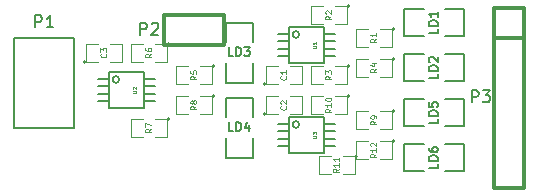
<source format=gto>
G04 (created by PCBNEW (2013-07-07 BZR 4022)-stable) date 27/01/2014 10:25:57*
%MOIN*%
G04 Gerber Fmt 3.4, Leading zero omitted, Abs format*
%FSLAX34Y34*%
G01*
G70*
G90*
G04 APERTURE LIST*
%ADD10C,0.00590551*%
%ADD11C,0.005*%
%ADD12C,0.0039*%
%ADD13C,0.012*%
%ADD14C,0.008*%
%ADD15C,0.0043*%
%ADD16C,0.0028*%
G04 APERTURE END LIST*
G54D10*
G54D11*
X77450Y-62500D02*
X76550Y-62500D01*
X76550Y-62500D02*
X76550Y-63150D01*
X77450Y-63850D02*
X77450Y-64500D01*
X77450Y-64500D02*
X76550Y-64500D01*
X76550Y-64500D02*
X76550Y-63850D01*
X77450Y-63150D02*
X77450Y-62500D01*
X82500Y-62550D02*
X82500Y-63450D01*
X82500Y-63450D02*
X83150Y-63450D01*
X83850Y-62550D02*
X84500Y-62550D01*
X84500Y-62550D02*
X84500Y-63450D01*
X84500Y-63450D02*
X83850Y-63450D01*
X83150Y-62550D02*
X82500Y-62550D01*
X82500Y-61050D02*
X82500Y-61950D01*
X82500Y-61950D02*
X83150Y-61950D01*
X83850Y-61050D02*
X84500Y-61050D01*
X84500Y-61050D02*
X84500Y-61950D01*
X84500Y-61950D02*
X83850Y-61950D01*
X83150Y-61050D02*
X82500Y-61050D01*
X82500Y-59550D02*
X82500Y-60450D01*
X82500Y-60450D02*
X83150Y-60450D01*
X83850Y-59550D02*
X84500Y-59550D01*
X84500Y-59550D02*
X84500Y-60450D01*
X84500Y-60450D02*
X83850Y-60450D01*
X83150Y-59550D02*
X82500Y-59550D01*
X82500Y-64050D02*
X82500Y-64950D01*
X82500Y-64950D02*
X83150Y-64950D01*
X83850Y-64050D02*
X84500Y-64050D01*
X84500Y-64050D02*
X84500Y-64950D01*
X84500Y-64950D02*
X83850Y-64950D01*
X83150Y-64050D02*
X82500Y-64050D01*
X76550Y-62000D02*
X77450Y-62000D01*
X77450Y-62000D02*
X77450Y-61350D01*
X76550Y-60650D02*
X76550Y-60000D01*
X76550Y-60000D02*
X77450Y-60000D01*
X77450Y-60000D02*
X77450Y-60650D01*
X76550Y-61350D02*
X76550Y-62000D01*
G54D12*
X74700Y-63200D02*
G75*
G03X74700Y-63200I-50J0D01*
G74*
G01*
X74200Y-63200D02*
X74600Y-63200D01*
X74600Y-63200D02*
X74600Y-63800D01*
X74600Y-63800D02*
X74200Y-63800D01*
X73800Y-63800D02*
X73400Y-63800D01*
X73400Y-63800D02*
X73400Y-63200D01*
X73400Y-63200D02*
X73800Y-63200D01*
X76200Y-62450D02*
G75*
G03X76200Y-62450I-50J0D01*
G74*
G01*
X75700Y-62450D02*
X76100Y-62450D01*
X76100Y-62450D02*
X76100Y-63050D01*
X76100Y-63050D02*
X75700Y-63050D01*
X75300Y-63050D02*
X74900Y-63050D01*
X74900Y-63050D02*
X74900Y-62450D01*
X74900Y-62450D02*
X75300Y-62450D01*
X80700Y-62450D02*
G75*
G03X80700Y-62450I-50J0D01*
G74*
G01*
X80200Y-62450D02*
X80600Y-62450D01*
X80600Y-62450D02*
X80600Y-63050D01*
X80600Y-63050D02*
X80200Y-63050D01*
X79800Y-63050D02*
X79400Y-63050D01*
X79400Y-63050D02*
X79400Y-62450D01*
X79400Y-62450D02*
X79800Y-62450D01*
X80700Y-61450D02*
G75*
G03X80700Y-61450I-50J0D01*
G74*
G01*
X80200Y-61450D02*
X80600Y-61450D01*
X80600Y-61450D02*
X80600Y-62050D01*
X80600Y-62050D02*
X80200Y-62050D01*
X79800Y-62050D02*
X79400Y-62050D01*
X79400Y-62050D02*
X79400Y-61450D01*
X79400Y-61450D02*
X79800Y-61450D01*
X82200Y-61200D02*
G75*
G03X82200Y-61200I-50J0D01*
G74*
G01*
X81700Y-61200D02*
X82100Y-61200D01*
X82100Y-61200D02*
X82100Y-61800D01*
X82100Y-61800D02*
X81700Y-61800D01*
X81300Y-61800D02*
X80900Y-61800D01*
X80900Y-61800D02*
X80900Y-61200D01*
X80900Y-61200D02*
X81300Y-61200D01*
X77900Y-63050D02*
G75*
G03X77900Y-63050I-50J0D01*
G74*
G01*
X78300Y-63050D02*
X77900Y-63050D01*
X77900Y-63050D02*
X77900Y-62450D01*
X77900Y-62450D02*
X78300Y-62450D01*
X78700Y-62450D02*
X79100Y-62450D01*
X79100Y-62450D02*
X79100Y-63050D01*
X79100Y-63050D02*
X78700Y-63050D01*
X82200Y-60200D02*
G75*
G03X82200Y-60200I-50J0D01*
G74*
G01*
X81700Y-60200D02*
X82100Y-60200D01*
X82100Y-60200D02*
X82100Y-60800D01*
X82100Y-60800D02*
X81700Y-60800D01*
X81300Y-60800D02*
X80900Y-60800D01*
X80900Y-60800D02*
X80900Y-60200D01*
X80900Y-60200D02*
X81300Y-60200D01*
X80700Y-59450D02*
G75*
G03X80700Y-59450I-50J0D01*
G74*
G01*
X80200Y-59450D02*
X80600Y-59450D01*
X80600Y-59450D02*
X80600Y-60050D01*
X80600Y-60050D02*
X80200Y-60050D01*
X79800Y-60050D02*
X79400Y-60050D01*
X79400Y-60050D02*
X79400Y-59450D01*
X79400Y-59450D02*
X79800Y-59450D01*
X76200Y-61450D02*
G75*
G03X76200Y-61450I-50J0D01*
G74*
G01*
X75700Y-61450D02*
X76100Y-61450D01*
X76100Y-61450D02*
X76100Y-62050D01*
X76100Y-62050D02*
X75700Y-62050D01*
X75300Y-62050D02*
X74900Y-62050D01*
X74900Y-62050D02*
X74900Y-61450D01*
X74900Y-61450D02*
X75300Y-61450D01*
X74700Y-60700D02*
G75*
G03X74700Y-60700I-50J0D01*
G74*
G01*
X74200Y-60700D02*
X74600Y-60700D01*
X74600Y-60700D02*
X74600Y-61300D01*
X74600Y-61300D02*
X74200Y-61300D01*
X73800Y-61300D02*
X73400Y-61300D01*
X73400Y-61300D02*
X73400Y-60700D01*
X73400Y-60700D02*
X73800Y-60700D01*
X77900Y-62050D02*
G75*
G03X77900Y-62050I-50J0D01*
G74*
G01*
X78300Y-62050D02*
X77900Y-62050D01*
X77900Y-62050D02*
X77900Y-61450D01*
X77900Y-61450D02*
X78300Y-61450D01*
X78700Y-61450D02*
X79100Y-61450D01*
X79100Y-61450D02*
X79100Y-62050D01*
X79100Y-62050D02*
X78700Y-62050D01*
X82200Y-62950D02*
G75*
G03X82200Y-62950I-50J0D01*
G74*
G01*
X81700Y-62950D02*
X82100Y-62950D01*
X82100Y-62950D02*
X82100Y-63550D01*
X82100Y-63550D02*
X81700Y-63550D01*
X81300Y-63550D02*
X80900Y-63550D01*
X80900Y-63550D02*
X80900Y-62950D01*
X80900Y-62950D02*
X81300Y-62950D01*
X71900Y-61300D02*
G75*
G03X71900Y-61300I-50J0D01*
G74*
G01*
X72300Y-61300D02*
X71900Y-61300D01*
X71900Y-61300D02*
X71900Y-60700D01*
X71900Y-60700D02*
X72300Y-60700D01*
X72700Y-60700D02*
X73100Y-60700D01*
X73100Y-60700D02*
X73100Y-61300D01*
X73100Y-61300D02*
X72700Y-61300D01*
X82200Y-63950D02*
G75*
G03X82200Y-63950I-50J0D01*
G74*
G01*
X81700Y-63950D02*
X82100Y-63950D01*
X82100Y-63950D02*
X82100Y-64550D01*
X82100Y-64550D02*
X81700Y-64550D01*
X81300Y-64550D02*
X80900Y-64550D01*
X80900Y-64550D02*
X80900Y-63950D01*
X80900Y-63950D02*
X81300Y-63950D01*
X80950Y-64450D02*
G75*
G03X80950Y-64450I-50J0D01*
G74*
G01*
X80450Y-64450D02*
X80850Y-64450D01*
X80850Y-64450D02*
X80850Y-65050D01*
X80850Y-65050D02*
X80450Y-65050D01*
X80050Y-65050D02*
X79650Y-65050D01*
X79650Y-65050D02*
X79650Y-64450D01*
X79650Y-64450D02*
X80050Y-64450D01*
G54D13*
X85500Y-59500D02*
X86500Y-59500D01*
X86500Y-59500D02*
X86500Y-65500D01*
X86500Y-65500D02*
X85500Y-65500D01*
X85500Y-65500D02*
X85500Y-59500D01*
X85500Y-60500D02*
X86500Y-60500D01*
X76500Y-59750D02*
X76500Y-60750D01*
X76500Y-60750D02*
X74500Y-60750D01*
X74500Y-60750D02*
X74500Y-59750D01*
X74500Y-59750D02*
X76500Y-59750D01*
G54D14*
X69500Y-63500D02*
X69500Y-60500D01*
X71500Y-60500D02*
X71500Y-63500D01*
X71500Y-63500D02*
X69500Y-63500D01*
X69500Y-60500D02*
X71500Y-60500D01*
G54D11*
X79840Y-63880D02*
X80200Y-63880D01*
X79840Y-63620D02*
X80200Y-63620D01*
X79840Y-63370D02*
X80200Y-63370D01*
X79840Y-64130D02*
X80200Y-64130D01*
X78660Y-64130D02*
X78300Y-64130D01*
X78660Y-63880D02*
X78300Y-63880D01*
X78660Y-63370D02*
X78300Y-63370D01*
X78660Y-63620D02*
X78300Y-63620D01*
X79006Y-63396D02*
G75*
G03X79006Y-63396I-111J0D01*
G74*
G01*
X79841Y-64341D02*
X79841Y-63159D01*
X79841Y-63159D02*
X78659Y-63159D01*
X78659Y-63159D02*
X78659Y-64341D01*
X78659Y-64341D02*
X79841Y-64341D01*
X73840Y-62380D02*
X74200Y-62380D01*
X73840Y-62120D02*
X74200Y-62120D01*
X73840Y-61870D02*
X74200Y-61870D01*
X73840Y-62630D02*
X74200Y-62630D01*
X72660Y-62630D02*
X72300Y-62630D01*
X72660Y-62380D02*
X72300Y-62380D01*
X72660Y-61870D02*
X72300Y-61870D01*
X72660Y-62120D02*
X72300Y-62120D01*
X73006Y-61896D02*
G75*
G03X73006Y-61896I-111J0D01*
G74*
G01*
X73841Y-62841D02*
X73841Y-61659D01*
X73841Y-61659D02*
X72659Y-61659D01*
X72659Y-61659D02*
X72659Y-62841D01*
X72659Y-62841D02*
X73841Y-62841D01*
X79840Y-60880D02*
X80200Y-60880D01*
X79840Y-60620D02*
X80200Y-60620D01*
X79840Y-60370D02*
X80200Y-60370D01*
X79840Y-61130D02*
X80200Y-61130D01*
X78660Y-61130D02*
X78300Y-61130D01*
X78660Y-60880D02*
X78300Y-60880D01*
X78660Y-60370D02*
X78300Y-60370D01*
X78660Y-60620D02*
X78300Y-60620D01*
X79006Y-60396D02*
G75*
G03X79006Y-60396I-111J0D01*
G74*
G01*
X79841Y-61341D02*
X79841Y-60159D01*
X79841Y-60159D02*
X78659Y-60159D01*
X78659Y-60159D02*
X78659Y-61341D01*
X78659Y-61341D02*
X79841Y-61341D01*
X76800Y-63621D02*
X76657Y-63621D01*
X76657Y-63321D01*
X76900Y-63621D02*
X76900Y-63321D01*
X76971Y-63321D01*
X77014Y-63335D01*
X77042Y-63364D01*
X77057Y-63392D01*
X77071Y-63450D01*
X77071Y-63492D01*
X77057Y-63550D01*
X77042Y-63578D01*
X77014Y-63607D01*
X76971Y-63621D01*
X76900Y-63621D01*
X77328Y-63421D02*
X77328Y-63621D01*
X77257Y-63307D02*
X77185Y-63521D01*
X77371Y-63521D01*
X83621Y-63199D02*
X83621Y-63342D01*
X83321Y-63342D01*
X83621Y-63099D02*
X83321Y-63099D01*
X83321Y-63028D01*
X83335Y-62985D01*
X83364Y-62957D01*
X83392Y-62942D01*
X83450Y-62928D01*
X83492Y-62928D01*
X83550Y-62942D01*
X83578Y-62957D01*
X83607Y-62985D01*
X83621Y-63028D01*
X83621Y-63099D01*
X83321Y-62657D02*
X83321Y-62799D01*
X83464Y-62814D01*
X83450Y-62799D01*
X83435Y-62771D01*
X83435Y-62699D01*
X83450Y-62671D01*
X83464Y-62657D01*
X83492Y-62642D01*
X83564Y-62642D01*
X83592Y-62657D01*
X83607Y-62671D01*
X83621Y-62699D01*
X83621Y-62771D01*
X83607Y-62799D01*
X83592Y-62814D01*
X83621Y-61699D02*
X83621Y-61842D01*
X83321Y-61842D01*
X83621Y-61599D02*
X83321Y-61599D01*
X83321Y-61528D01*
X83335Y-61485D01*
X83364Y-61457D01*
X83392Y-61442D01*
X83450Y-61428D01*
X83492Y-61428D01*
X83550Y-61442D01*
X83578Y-61457D01*
X83607Y-61485D01*
X83621Y-61528D01*
X83621Y-61599D01*
X83350Y-61314D02*
X83335Y-61299D01*
X83321Y-61271D01*
X83321Y-61199D01*
X83335Y-61171D01*
X83350Y-61157D01*
X83378Y-61142D01*
X83407Y-61142D01*
X83450Y-61157D01*
X83621Y-61328D01*
X83621Y-61142D01*
X83621Y-60199D02*
X83621Y-60342D01*
X83321Y-60342D01*
X83621Y-60099D02*
X83321Y-60099D01*
X83321Y-60028D01*
X83335Y-59985D01*
X83364Y-59957D01*
X83392Y-59942D01*
X83450Y-59928D01*
X83492Y-59928D01*
X83550Y-59942D01*
X83578Y-59957D01*
X83607Y-59985D01*
X83621Y-60028D01*
X83621Y-60099D01*
X83621Y-59642D02*
X83621Y-59814D01*
X83621Y-59728D02*
X83321Y-59728D01*
X83364Y-59757D01*
X83392Y-59785D01*
X83407Y-59814D01*
X83621Y-64699D02*
X83621Y-64842D01*
X83321Y-64842D01*
X83621Y-64599D02*
X83321Y-64599D01*
X83321Y-64528D01*
X83335Y-64485D01*
X83364Y-64457D01*
X83392Y-64442D01*
X83450Y-64428D01*
X83492Y-64428D01*
X83550Y-64442D01*
X83578Y-64457D01*
X83607Y-64485D01*
X83621Y-64528D01*
X83621Y-64599D01*
X83321Y-64171D02*
X83321Y-64228D01*
X83335Y-64257D01*
X83350Y-64271D01*
X83392Y-64299D01*
X83450Y-64314D01*
X83564Y-64314D01*
X83592Y-64299D01*
X83607Y-64285D01*
X83621Y-64257D01*
X83621Y-64199D01*
X83607Y-64171D01*
X83592Y-64157D01*
X83564Y-64142D01*
X83492Y-64142D01*
X83464Y-64157D01*
X83450Y-64171D01*
X83435Y-64199D01*
X83435Y-64257D01*
X83450Y-64285D01*
X83464Y-64299D01*
X83492Y-64314D01*
X76800Y-61121D02*
X76657Y-61121D01*
X76657Y-60821D01*
X76900Y-61121D02*
X76900Y-60821D01*
X76971Y-60821D01*
X77014Y-60835D01*
X77042Y-60864D01*
X77057Y-60892D01*
X77071Y-60950D01*
X77071Y-60992D01*
X77057Y-61050D01*
X77042Y-61078D01*
X77014Y-61107D01*
X76971Y-61121D01*
X76900Y-61121D01*
X77171Y-60821D02*
X77357Y-60821D01*
X77257Y-60935D01*
X77300Y-60935D01*
X77328Y-60950D01*
X77342Y-60964D01*
X77357Y-60992D01*
X77357Y-61064D01*
X77342Y-61092D01*
X77328Y-61107D01*
X77300Y-61121D01*
X77214Y-61121D01*
X77185Y-61107D01*
X77171Y-61092D01*
G54D15*
X74079Y-63532D02*
X73985Y-63598D01*
X74079Y-63645D02*
X73882Y-63645D01*
X73882Y-63570D01*
X73892Y-63551D01*
X73901Y-63542D01*
X73920Y-63532D01*
X73948Y-63532D01*
X73967Y-63542D01*
X73976Y-63551D01*
X73985Y-63570D01*
X73985Y-63645D01*
X73882Y-63467D02*
X73882Y-63335D01*
X74079Y-63420D01*
X75579Y-62782D02*
X75485Y-62848D01*
X75579Y-62895D02*
X75382Y-62895D01*
X75382Y-62820D01*
X75392Y-62801D01*
X75401Y-62792D01*
X75420Y-62782D01*
X75448Y-62782D01*
X75467Y-62792D01*
X75476Y-62801D01*
X75485Y-62820D01*
X75485Y-62895D01*
X75467Y-62670D02*
X75457Y-62689D01*
X75448Y-62698D01*
X75429Y-62707D01*
X75420Y-62707D01*
X75401Y-62698D01*
X75392Y-62689D01*
X75382Y-62670D01*
X75382Y-62632D01*
X75392Y-62613D01*
X75401Y-62604D01*
X75420Y-62595D01*
X75429Y-62595D01*
X75448Y-62604D01*
X75457Y-62613D01*
X75467Y-62632D01*
X75467Y-62670D01*
X75476Y-62689D01*
X75485Y-62698D01*
X75504Y-62707D01*
X75542Y-62707D01*
X75560Y-62698D01*
X75570Y-62689D01*
X75579Y-62670D01*
X75579Y-62632D01*
X75570Y-62613D01*
X75560Y-62604D01*
X75542Y-62595D01*
X75504Y-62595D01*
X75485Y-62604D01*
X75476Y-62613D01*
X75467Y-62632D01*
X80079Y-62876D02*
X79985Y-62942D01*
X80079Y-62989D02*
X79882Y-62989D01*
X79882Y-62914D01*
X79892Y-62895D01*
X79901Y-62886D01*
X79920Y-62876D01*
X79948Y-62876D01*
X79967Y-62886D01*
X79976Y-62895D01*
X79985Y-62914D01*
X79985Y-62989D01*
X80079Y-62689D02*
X80079Y-62801D01*
X80079Y-62745D02*
X79882Y-62745D01*
X79910Y-62764D01*
X79929Y-62782D01*
X79939Y-62801D01*
X79882Y-62567D02*
X79882Y-62548D01*
X79892Y-62529D01*
X79901Y-62520D01*
X79920Y-62510D01*
X79957Y-62501D01*
X80004Y-62501D01*
X80042Y-62510D01*
X80060Y-62520D01*
X80070Y-62529D01*
X80079Y-62548D01*
X80079Y-62567D01*
X80070Y-62585D01*
X80060Y-62595D01*
X80042Y-62604D01*
X80004Y-62613D01*
X79957Y-62613D01*
X79920Y-62604D01*
X79901Y-62595D01*
X79892Y-62585D01*
X79882Y-62567D01*
X80079Y-61782D02*
X79985Y-61848D01*
X80079Y-61895D02*
X79882Y-61895D01*
X79882Y-61820D01*
X79892Y-61801D01*
X79901Y-61792D01*
X79920Y-61782D01*
X79948Y-61782D01*
X79967Y-61792D01*
X79976Y-61801D01*
X79985Y-61820D01*
X79985Y-61895D01*
X79882Y-61717D02*
X79882Y-61595D01*
X79957Y-61660D01*
X79957Y-61632D01*
X79967Y-61613D01*
X79976Y-61604D01*
X79995Y-61595D01*
X80042Y-61595D01*
X80060Y-61604D01*
X80070Y-61613D01*
X80079Y-61632D01*
X80079Y-61689D01*
X80070Y-61707D01*
X80060Y-61717D01*
X81579Y-61532D02*
X81485Y-61598D01*
X81579Y-61645D02*
X81382Y-61645D01*
X81382Y-61570D01*
X81392Y-61551D01*
X81401Y-61542D01*
X81420Y-61532D01*
X81448Y-61532D01*
X81467Y-61542D01*
X81476Y-61551D01*
X81485Y-61570D01*
X81485Y-61645D01*
X81448Y-61363D02*
X81579Y-61363D01*
X81373Y-61410D02*
X81514Y-61457D01*
X81514Y-61335D01*
X78560Y-62782D02*
X78570Y-62792D01*
X78579Y-62820D01*
X78579Y-62839D01*
X78570Y-62867D01*
X78551Y-62886D01*
X78532Y-62895D01*
X78495Y-62904D01*
X78467Y-62904D01*
X78429Y-62895D01*
X78410Y-62886D01*
X78392Y-62867D01*
X78382Y-62839D01*
X78382Y-62820D01*
X78392Y-62792D01*
X78401Y-62782D01*
X78401Y-62707D02*
X78392Y-62698D01*
X78382Y-62679D01*
X78382Y-62632D01*
X78392Y-62613D01*
X78401Y-62604D01*
X78420Y-62595D01*
X78439Y-62595D01*
X78467Y-62604D01*
X78579Y-62717D01*
X78579Y-62595D01*
X81579Y-60532D02*
X81485Y-60598D01*
X81579Y-60645D02*
X81382Y-60645D01*
X81382Y-60570D01*
X81392Y-60551D01*
X81401Y-60542D01*
X81420Y-60532D01*
X81448Y-60532D01*
X81467Y-60542D01*
X81476Y-60551D01*
X81485Y-60570D01*
X81485Y-60645D01*
X81579Y-60345D02*
X81579Y-60457D01*
X81579Y-60401D02*
X81382Y-60401D01*
X81410Y-60420D01*
X81429Y-60439D01*
X81439Y-60457D01*
X80079Y-59782D02*
X79985Y-59848D01*
X80079Y-59895D02*
X79882Y-59895D01*
X79882Y-59820D01*
X79892Y-59801D01*
X79901Y-59792D01*
X79920Y-59782D01*
X79948Y-59782D01*
X79967Y-59792D01*
X79976Y-59801D01*
X79985Y-59820D01*
X79985Y-59895D01*
X79901Y-59707D02*
X79892Y-59698D01*
X79882Y-59679D01*
X79882Y-59632D01*
X79892Y-59613D01*
X79901Y-59604D01*
X79920Y-59595D01*
X79939Y-59595D01*
X79967Y-59604D01*
X80079Y-59717D01*
X80079Y-59595D01*
X75579Y-61782D02*
X75485Y-61848D01*
X75579Y-61895D02*
X75382Y-61895D01*
X75382Y-61820D01*
X75392Y-61801D01*
X75401Y-61792D01*
X75420Y-61782D01*
X75448Y-61782D01*
X75467Y-61792D01*
X75476Y-61801D01*
X75485Y-61820D01*
X75485Y-61895D01*
X75382Y-61604D02*
X75382Y-61698D01*
X75476Y-61707D01*
X75467Y-61698D01*
X75457Y-61679D01*
X75457Y-61632D01*
X75467Y-61613D01*
X75476Y-61604D01*
X75495Y-61595D01*
X75542Y-61595D01*
X75560Y-61604D01*
X75570Y-61613D01*
X75579Y-61632D01*
X75579Y-61679D01*
X75570Y-61698D01*
X75560Y-61707D01*
X74079Y-61032D02*
X73985Y-61098D01*
X74079Y-61145D02*
X73882Y-61145D01*
X73882Y-61070D01*
X73892Y-61051D01*
X73901Y-61042D01*
X73920Y-61032D01*
X73948Y-61032D01*
X73967Y-61042D01*
X73976Y-61051D01*
X73985Y-61070D01*
X73985Y-61145D01*
X73882Y-60863D02*
X73882Y-60901D01*
X73892Y-60920D01*
X73901Y-60929D01*
X73929Y-60948D01*
X73967Y-60957D01*
X74042Y-60957D01*
X74060Y-60948D01*
X74070Y-60939D01*
X74079Y-60920D01*
X74079Y-60882D01*
X74070Y-60863D01*
X74060Y-60854D01*
X74042Y-60845D01*
X73995Y-60845D01*
X73976Y-60854D01*
X73967Y-60863D01*
X73957Y-60882D01*
X73957Y-60920D01*
X73967Y-60939D01*
X73976Y-60948D01*
X73995Y-60957D01*
X78560Y-61782D02*
X78570Y-61792D01*
X78579Y-61820D01*
X78579Y-61839D01*
X78570Y-61867D01*
X78551Y-61886D01*
X78532Y-61895D01*
X78495Y-61904D01*
X78467Y-61904D01*
X78429Y-61895D01*
X78410Y-61886D01*
X78392Y-61867D01*
X78382Y-61839D01*
X78382Y-61820D01*
X78392Y-61792D01*
X78401Y-61782D01*
X78579Y-61595D02*
X78579Y-61707D01*
X78579Y-61651D02*
X78382Y-61651D01*
X78410Y-61670D01*
X78429Y-61689D01*
X78439Y-61707D01*
X81579Y-63282D02*
X81485Y-63348D01*
X81579Y-63395D02*
X81382Y-63395D01*
X81382Y-63320D01*
X81392Y-63301D01*
X81401Y-63292D01*
X81420Y-63282D01*
X81448Y-63282D01*
X81467Y-63292D01*
X81476Y-63301D01*
X81485Y-63320D01*
X81485Y-63395D01*
X81579Y-63189D02*
X81579Y-63151D01*
X81570Y-63132D01*
X81560Y-63123D01*
X81532Y-63104D01*
X81495Y-63095D01*
X81420Y-63095D01*
X81401Y-63104D01*
X81392Y-63113D01*
X81382Y-63132D01*
X81382Y-63170D01*
X81392Y-63189D01*
X81401Y-63198D01*
X81420Y-63207D01*
X81467Y-63207D01*
X81485Y-63198D01*
X81495Y-63189D01*
X81504Y-63170D01*
X81504Y-63132D01*
X81495Y-63113D01*
X81485Y-63104D01*
X81467Y-63095D01*
X72560Y-61032D02*
X72570Y-61042D01*
X72579Y-61070D01*
X72579Y-61089D01*
X72570Y-61117D01*
X72551Y-61136D01*
X72532Y-61145D01*
X72495Y-61154D01*
X72467Y-61154D01*
X72429Y-61145D01*
X72410Y-61136D01*
X72392Y-61117D01*
X72382Y-61089D01*
X72382Y-61070D01*
X72392Y-61042D01*
X72401Y-61032D01*
X72382Y-60967D02*
X72382Y-60845D01*
X72457Y-60910D01*
X72457Y-60882D01*
X72467Y-60863D01*
X72476Y-60854D01*
X72495Y-60845D01*
X72542Y-60845D01*
X72560Y-60854D01*
X72570Y-60863D01*
X72579Y-60882D01*
X72579Y-60939D01*
X72570Y-60957D01*
X72560Y-60967D01*
X81579Y-64376D02*
X81485Y-64442D01*
X81579Y-64489D02*
X81382Y-64489D01*
X81382Y-64414D01*
X81392Y-64395D01*
X81401Y-64386D01*
X81420Y-64376D01*
X81448Y-64376D01*
X81467Y-64386D01*
X81476Y-64395D01*
X81485Y-64414D01*
X81485Y-64489D01*
X81579Y-64189D02*
X81579Y-64301D01*
X81579Y-64245D02*
X81382Y-64245D01*
X81410Y-64264D01*
X81429Y-64282D01*
X81439Y-64301D01*
X81401Y-64113D02*
X81392Y-64104D01*
X81382Y-64085D01*
X81382Y-64038D01*
X81392Y-64020D01*
X81401Y-64010D01*
X81420Y-64001D01*
X81439Y-64001D01*
X81467Y-64010D01*
X81579Y-64123D01*
X81579Y-64001D01*
X80329Y-64876D02*
X80235Y-64942D01*
X80329Y-64989D02*
X80132Y-64989D01*
X80132Y-64914D01*
X80142Y-64895D01*
X80151Y-64886D01*
X80170Y-64876D01*
X80198Y-64876D01*
X80217Y-64886D01*
X80226Y-64895D01*
X80235Y-64914D01*
X80235Y-64989D01*
X80329Y-64689D02*
X80329Y-64801D01*
X80329Y-64745D02*
X80132Y-64745D01*
X80160Y-64764D01*
X80179Y-64782D01*
X80189Y-64801D01*
X80329Y-64501D02*
X80329Y-64613D01*
X80329Y-64557D02*
X80132Y-64557D01*
X80160Y-64576D01*
X80179Y-64595D01*
X80189Y-64613D01*
G54D14*
X84754Y-62661D02*
X84754Y-62261D01*
X84907Y-62261D01*
X84945Y-62280D01*
X84964Y-62300D01*
X84983Y-62338D01*
X84983Y-62395D01*
X84964Y-62433D01*
X84945Y-62452D01*
X84907Y-62471D01*
X84754Y-62471D01*
X85116Y-62261D02*
X85364Y-62261D01*
X85230Y-62414D01*
X85288Y-62414D01*
X85326Y-62433D01*
X85345Y-62452D01*
X85364Y-62490D01*
X85364Y-62585D01*
X85345Y-62623D01*
X85326Y-62642D01*
X85288Y-62661D01*
X85173Y-62661D01*
X85135Y-62642D01*
X85116Y-62623D01*
X73704Y-60411D02*
X73704Y-60011D01*
X73857Y-60011D01*
X73895Y-60030D01*
X73914Y-60050D01*
X73933Y-60088D01*
X73933Y-60145D01*
X73914Y-60183D01*
X73895Y-60202D01*
X73857Y-60221D01*
X73704Y-60221D01*
X74085Y-60050D02*
X74104Y-60030D01*
X74142Y-60011D01*
X74238Y-60011D01*
X74276Y-60030D01*
X74295Y-60050D01*
X74314Y-60088D01*
X74314Y-60126D01*
X74295Y-60183D01*
X74066Y-60411D01*
X74314Y-60411D01*
X70204Y-60161D02*
X70204Y-59761D01*
X70357Y-59761D01*
X70395Y-59780D01*
X70414Y-59800D01*
X70433Y-59838D01*
X70433Y-59895D01*
X70414Y-59933D01*
X70395Y-59952D01*
X70357Y-59971D01*
X70204Y-59971D01*
X70814Y-60161D02*
X70585Y-60161D01*
X70700Y-60161D02*
X70700Y-59761D01*
X70661Y-59819D01*
X70623Y-59857D01*
X70585Y-59876D01*
G54D16*
X79455Y-63839D02*
X79551Y-63839D01*
X79562Y-63834D01*
X79568Y-63828D01*
X79573Y-63817D01*
X79573Y-63794D01*
X79568Y-63783D01*
X79562Y-63778D01*
X79551Y-63772D01*
X79455Y-63772D01*
X79455Y-63727D02*
X79455Y-63654D01*
X79500Y-63693D01*
X79500Y-63676D01*
X79506Y-63665D01*
X79511Y-63660D01*
X79523Y-63654D01*
X79551Y-63654D01*
X79562Y-63660D01*
X79568Y-63665D01*
X79573Y-63676D01*
X79573Y-63710D01*
X79568Y-63721D01*
X79562Y-63727D01*
X73455Y-62339D02*
X73551Y-62339D01*
X73562Y-62334D01*
X73568Y-62328D01*
X73573Y-62317D01*
X73573Y-62294D01*
X73568Y-62283D01*
X73562Y-62278D01*
X73551Y-62272D01*
X73455Y-62272D01*
X73467Y-62221D02*
X73461Y-62216D01*
X73455Y-62205D01*
X73455Y-62176D01*
X73461Y-62165D01*
X73467Y-62160D01*
X73478Y-62154D01*
X73489Y-62154D01*
X73506Y-62160D01*
X73573Y-62227D01*
X73573Y-62154D01*
X79455Y-60839D02*
X79551Y-60839D01*
X79562Y-60834D01*
X79568Y-60828D01*
X79573Y-60817D01*
X79573Y-60794D01*
X79568Y-60783D01*
X79562Y-60778D01*
X79551Y-60772D01*
X79455Y-60772D01*
X79573Y-60654D02*
X79573Y-60721D01*
X79573Y-60688D02*
X79455Y-60688D01*
X79472Y-60699D01*
X79483Y-60710D01*
X79489Y-60721D01*
M02*

</source>
